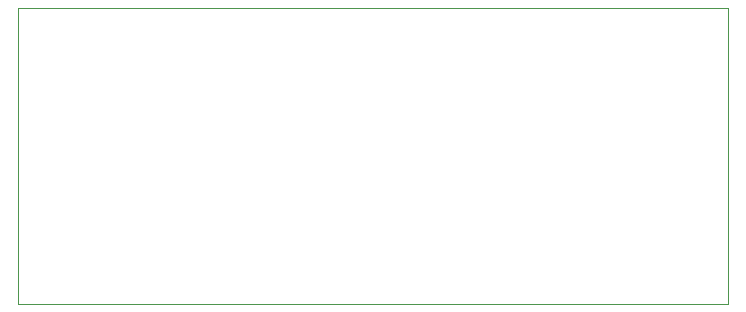
<source format=gbr>
%TF.GenerationSoftware,KiCad,Pcbnew,8.0.3-8.0.3-0~ubuntu24.04.1*%
%TF.CreationDate,2024-07-26T22:38:26-04:00*%
%TF.ProjectId,Microphone_ADC,4d696372-6f70-4686-9f6e-655f4144432e,rev?*%
%TF.SameCoordinates,Original*%
%TF.FileFunction,Profile,NP*%
%FSLAX46Y46*%
G04 Gerber Fmt 4.6, Leading zero omitted, Abs format (unit mm)*
G04 Created by KiCad (PCBNEW 8.0.3-8.0.3-0~ubuntu24.04.1) date 2024-07-26 22:38:26*
%MOMM*%
%LPD*%
G01*
G04 APERTURE LIST*
%TA.AperFunction,Profile*%
%ADD10C,0.050000*%
%TD*%
G04 APERTURE END LIST*
D10*
X111550000Y-80450000D02*
X171650000Y-80450000D01*
X171650000Y-105550000D01*
X111550000Y-105550000D01*
X111550000Y-80450000D01*
M02*

</source>
